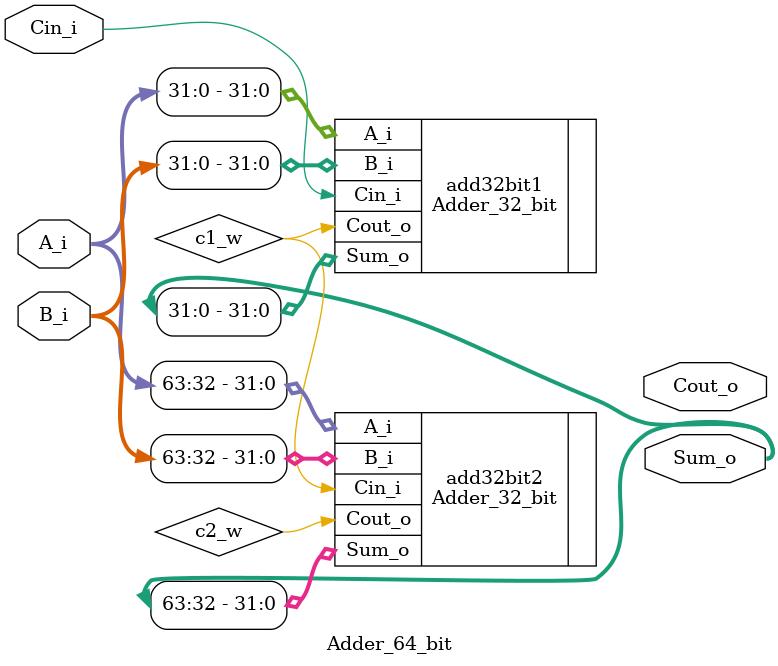
<source format=v>
`timescale 1ns/1ps

module Adder_64_bit(
    input wire [63:0] A_i,
    input wire [63:0] B_i,
    input wire Cin_i,
    output wire [63:0] Sum_o,
    output wire Cout_o
);
    wire c1_w, c2_w;

    Adder_32_bit add32bit1(
        .A_i(A_i[31:0]),
        .B_i(B_i[31:0]),
        .Cin_i(Cin_i),
        .Sum_o(Sum_o[31:0]),
        .Cout_o(c1_w)
    );

    Adder_32_bit add32bit2(
        .A_i(A_i[63:32]),
        .B_i(B_i[63:32]),
        .Cin_i(c1_w),
        .Sum_o(Sum_o[63:32]),
        .Cout_o(c2_w)
    );

endmodule
</source>
